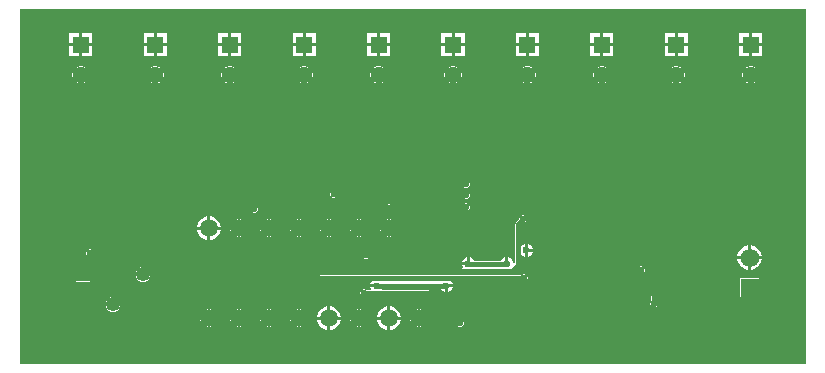
<source format=gbr>
G04*
G04 #@! TF.GenerationSoftware,Altium Limited,Altium Designer,24.1.2 (44)*
G04*
G04 Layer_Physical_Order=2*
G04 Layer_Color=16711680*
%FSLAX44Y44*%
%MOMM*%
G71*
G04*
G04 #@! TF.SameCoordinates,BD343A0D-4BD6-4D64-9A7B-49F0AB29FDDA*
G04*
G04*
G04 #@! TF.FilePolarity,Positive*
G04*
G01*
G75*
%ADD22C,1.5700*%
%ADD23R,1.5700X1.5700*%
%ADD24R,1.2500X1.2500*%
%ADD25C,1.2500*%
%ADD26R,1.4500X1.4500*%
%ADD27C,1.4500*%
%ADD31C,0.3810*%
%ADD32C,1.5000*%
%ADD33R,1.5000X1.5000*%
%ADD34C,0.6000*%
G36*
X665480Y0D02*
X0D01*
Y300990D01*
X665480D01*
Y0D01*
D02*
G37*
%LPC*%
G36*
X628788Y280046D02*
X620268D01*
Y271526D01*
X628788D01*
Y280046D01*
D02*
G37*
G36*
X565768D02*
X557248D01*
Y271526D01*
X565768D01*
Y280046D01*
D02*
G37*
G36*
X502748D02*
X494228D01*
Y271526D01*
X502748D01*
Y280046D01*
D02*
G37*
G36*
X439727D02*
X431207D01*
Y271526D01*
X439727D01*
Y280046D01*
D02*
G37*
G36*
X376707D02*
X368187D01*
Y271526D01*
X376707D01*
Y280046D01*
D02*
G37*
G36*
X313687D02*
X305167D01*
Y271526D01*
X313687D01*
Y280046D01*
D02*
G37*
G36*
X250667D02*
X242147D01*
Y271526D01*
X250667D01*
Y280046D01*
D02*
G37*
G36*
X187646D02*
X179126D01*
Y271526D01*
X187646D01*
Y280046D01*
D02*
G37*
G36*
X124626D02*
X116106D01*
Y271526D01*
X124626D01*
Y280046D01*
D02*
G37*
G36*
X61606D02*
X53086D01*
Y271526D01*
X61606D01*
Y280046D01*
D02*
G37*
G36*
X428667D02*
X420147D01*
Y271526D01*
X428667D01*
Y280046D01*
D02*
G37*
G36*
X365647D02*
X357127D01*
Y271526D01*
X365647D01*
Y280046D01*
D02*
G37*
G36*
X302627D02*
X294107D01*
Y271526D01*
X302627D01*
Y280046D01*
D02*
G37*
G36*
X239607D02*
X231087D01*
Y271526D01*
X239607D01*
Y280046D01*
D02*
G37*
G36*
X176586D02*
X168066D01*
Y271526D01*
X176586D01*
Y280046D01*
D02*
G37*
G36*
X113566D02*
X105046D01*
Y271526D01*
X113566D01*
Y280046D01*
D02*
G37*
G36*
X50546D02*
X42026D01*
Y271526D01*
X50546D01*
Y280046D01*
D02*
G37*
G36*
X554708D02*
X546188D01*
Y271526D01*
X554708D01*
Y280046D01*
D02*
G37*
G36*
X617728D02*
X609208D01*
Y271526D01*
X617728D01*
Y280046D01*
D02*
G37*
G36*
X491688D02*
X483168D01*
Y271526D01*
X491688D01*
Y280046D01*
D02*
G37*
G36*
X628788Y268986D02*
X620268D01*
Y260466D01*
X628788D01*
Y268986D01*
D02*
G37*
G36*
X617728D02*
X609208D01*
Y260466D01*
X617728D01*
Y268986D01*
D02*
G37*
G36*
X565768D02*
X557248D01*
Y260466D01*
X565768D01*
Y268986D01*
D02*
G37*
G36*
X554708D02*
X546188D01*
Y260466D01*
X554708D01*
Y268986D01*
D02*
G37*
G36*
X502748D02*
X494228D01*
Y260466D01*
X502748D01*
Y268986D01*
D02*
G37*
G36*
X491688D02*
X483168D01*
Y260466D01*
X491688D01*
Y268986D01*
D02*
G37*
G36*
X439727D02*
X431207D01*
Y260466D01*
X439727D01*
Y268986D01*
D02*
G37*
G36*
X428667D02*
X420147D01*
Y260466D01*
X428667D01*
Y268986D01*
D02*
G37*
G36*
X376707D02*
X368187D01*
Y260466D01*
X376707D01*
Y268986D01*
D02*
G37*
G36*
X365647D02*
X357127D01*
Y260466D01*
X365647D01*
Y268986D01*
D02*
G37*
G36*
X313687D02*
X305167D01*
Y260466D01*
X313687D01*
Y268986D01*
D02*
G37*
G36*
X302627D02*
X294107D01*
Y260466D01*
X302627D01*
Y268986D01*
D02*
G37*
G36*
X250667D02*
X242147D01*
Y260466D01*
X250667D01*
Y268986D01*
D02*
G37*
G36*
X239607D02*
X231087D01*
Y260466D01*
X239607D01*
Y268986D01*
D02*
G37*
G36*
X187646D02*
X179126D01*
Y260466D01*
X187646D01*
Y268986D01*
D02*
G37*
G36*
X176586D02*
X168066D01*
Y260466D01*
X176586D01*
Y268986D01*
D02*
G37*
G36*
X124626D02*
X116106D01*
Y260466D01*
X124626D01*
Y268986D01*
D02*
G37*
G36*
X113566D02*
X105046D01*
Y260466D01*
X113566D01*
Y268986D01*
D02*
G37*
G36*
X61606D02*
X53086D01*
Y260466D01*
X61606D01*
Y268986D01*
D02*
G37*
G36*
X50546D02*
X42026D01*
Y260466D01*
X50546D01*
Y268986D01*
D02*
G37*
G36*
X619953Y252106D02*
X618044D01*
X616200Y251612D01*
X614546Y250657D01*
X613197Y249308D01*
X612242Y247654D01*
X611748Y245811D01*
Y243902D01*
X612242Y242058D01*
X613197Y240404D01*
X614546Y239055D01*
X616200Y238100D01*
X618044Y237606D01*
X619953D01*
X621796Y238100D01*
X623450Y239055D01*
X624799Y240404D01*
X625754Y242058D01*
X626248Y243902D01*
Y245811D01*
X625754Y247654D01*
X624799Y249308D01*
X623450Y250657D01*
X621796Y251612D01*
X619953Y252106D01*
D02*
G37*
G36*
X556932D02*
X555023D01*
X553179Y251612D01*
X551526Y250657D01*
X550176Y249308D01*
X549222Y247654D01*
X548728Y245811D01*
Y243902D01*
X549222Y242058D01*
X550176Y240404D01*
X551526Y239055D01*
X553179Y238100D01*
X555023Y237606D01*
X556932D01*
X558776Y238100D01*
X560429Y239055D01*
X561779Y240404D01*
X562733Y242058D01*
X563228Y243902D01*
Y245811D01*
X562733Y247654D01*
X561779Y249308D01*
X560429Y250657D01*
X558776Y251612D01*
X556932Y252106D01*
D02*
G37*
G36*
X493912D02*
X492003D01*
X490159Y251612D01*
X488506Y250657D01*
X487156Y249308D01*
X486202Y247654D01*
X485708Y245811D01*
Y243902D01*
X486202Y242058D01*
X487156Y240404D01*
X488506Y239055D01*
X490159Y238100D01*
X492003Y237606D01*
X493912D01*
X495756Y238100D01*
X497409Y239055D01*
X498759Y240404D01*
X499714Y242058D01*
X500208Y243902D01*
Y245811D01*
X499714Y247654D01*
X498759Y249308D01*
X497409Y250657D01*
X495756Y251612D01*
X493912Y252106D01*
D02*
G37*
G36*
X430892D02*
X428983D01*
X427139Y251612D01*
X425486Y250657D01*
X424136Y249308D01*
X423181Y247654D01*
X422687Y245811D01*
Y243902D01*
X423181Y242058D01*
X424136Y240404D01*
X425486Y239055D01*
X427139Y238100D01*
X428983Y237606D01*
X430892D01*
X432736Y238100D01*
X434389Y239055D01*
X435739Y240404D01*
X436693Y242058D01*
X437187Y243902D01*
Y245811D01*
X436693Y247654D01*
X435739Y249308D01*
X434389Y250657D01*
X432736Y251612D01*
X430892Y252106D01*
D02*
G37*
G36*
X367872D02*
X365963D01*
X364119Y251612D01*
X362466Y250657D01*
X361116Y249308D01*
X360161Y247654D01*
X359667Y245811D01*
Y243902D01*
X360161Y242058D01*
X361116Y240404D01*
X362466Y239055D01*
X364119Y238100D01*
X365963Y237606D01*
X367872D01*
X369716Y238100D01*
X371369Y239055D01*
X372719Y240404D01*
X373673Y242058D01*
X374167Y243902D01*
Y245811D01*
X373673Y247654D01*
X372719Y249308D01*
X371369Y250657D01*
X369716Y251612D01*
X367872Y252106D01*
D02*
G37*
G36*
X304851D02*
X302942D01*
X301098Y251612D01*
X299445Y250657D01*
X298095Y249308D01*
X297141Y247654D01*
X296647Y245811D01*
Y243902D01*
X297141Y242058D01*
X298095Y240404D01*
X299445Y239055D01*
X301098Y238100D01*
X302942Y237606D01*
X304851D01*
X306695Y238100D01*
X308348Y239055D01*
X309698Y240404D01*
X310653Y242058D01*
X311147Y243902D01*
Y245811D01*
X310653Y247654D01*
X309698Y249308D01*
X308348Y250657D01*
X306695Y251612D01*
X304851Y252106D01*
D02*
G37*
G36*
X241831D02*
X239922D01*
X238078Y251612D01*
X236425Y250657D01*
X235075Y249308D01*
X234121Y247654D01*
X233627Y245811D01*
Y243902D01*
X234121Y242058D01*
X235075Y240404D01*
X236425Y239055D01*
X238078Y238100D01*
X239922Y237606D01*
X241831D01*
X243675Y238100D01*
X245328Y239055D01*
X246678Y240404D01*
X247633Y242058D01*
X248127Y243902D01*
Y245811D01*
X247633Y247654D01*
X246678Y249308D01*
X245328Y250657D01*
X243675Y251612D01*
X241831Y252106D01*
D02*
G37*
G36*
X178811D02*
X176902D01*
X175058Y251612D01*
X173405Y250657D01*
X172055Y249308D01*
X171101Y247654D01*
X170606Y245811D01*
Y243902D01*
X171101Y242058D01*
X172055Y240404D01*
X173405Y239055D01*
X175058Y238100D01*
X176902Y237606D01*
X178811D01*
X180655Y238100D01*
X182308Y239055D01*
X183658Y240404D01*
X184612Y242058D01*
X185106Y243902D01*
Y245811D01*
X184612Y247654D01*
X183658Y249308D01*
X182308Y250657D01*
X180655Y251612D01*
X178811Y252106D01*
D02*
G37*
G36*
X115791D02*
X113882D01*
X112038Y251612D01*
X110385Y250657D01*
X109035Y249308D01*
X108081Y247654D01*
X107586Y245811D01*
Y243902D01*
X108081Y242058D01*
X109035Y240404D01*
X110385Y239055D01*
X112038Y238100D01*
X113882Y237606D01*
X115791D01*
X117635Y238100D01*
X119288Y239055D01*
X120638Y240404D01*
X121592Y242058D01*
X122086Y243902D01*
Y245811D01*
X121592Y247654D01*
X120638Y249308D01*
X119288Y250657D01*
X117635Y251612D01*
X115791Y252106D01*
D02*
G37*
G36*
X52771D02*
X50862D01*
X49018Y251612D01*
X47364Y250657D01*
X46015Y249308D01*
X45060Y247654D01*
X44566Y245811D01*
Y243902D01*
X45060Y242058D01*
X46015Y240404D01*
X47364Y239055D01*
X49018Y238100D01*
X50862Y237606D01*
X52771D01*
X54614Y238100D01*
X56268Y239055D01*
X57617Y240404D01*
X58572Y242058D01*
X59066Y243902D01*
Y245811D01*
X58572Y247654D01*
X57617Y249308D01*
X56268Y250657D01*
X54614Y251612D01*
X52771Y252106D01*
D02*
G37*
G36*
X378549Y155400D02*
X377355D01*
X376253Y154943D01*
X375652Y154342D01*
X202946D01*
X202203Y154194D01*
X201573Y153773D01*
X197255Y149455D01*
X196833Y148825D01*
X196686Y148082D01*
Y133618D01*
X196085Y133017D01*
X195628Y131915D01*
Y130721D01*
X196085Y129619D01*
X196929Y128775D01*
X198031Y128318D01*
X199225D01*
X200327Y128775D01*
X201171Y129619D01*
X201628Y130721D01*
Y131915D01*
X201171Y133017D01*
X200570Y133618D01*
Y147277D01*
X203750Y150458D01*
X375652D01*
X376253Y149857D01*
X377355Y149400D01*
X378549D01*
X379651Y149857D01*
X380495Y150701D01*
X380952Y151803D01*
Y152997D01*
X380495Y154099D01*
X379651Y154943D01*
X378549Y155400D01*
D02*
G37*
G36*
X266535Y146764D02*
X265341D01*
X264239Y146307D01*
X263395Y145463D01*
X262938Y144361D01*
Y143167D01*
X263395Y142065D01*
X264239Y141221D01*
X265341Y140764D01*
X266535D01*
X267637Y141221D01*
X268238Y141822D01*
X375448D01*
X375663Y141303D01*
X376507Y140459D01*
X377609Y140002D01*
X378803D01*
X379905Y140459D01*
X380749Y141303D01*
X381206Y142405D01*
Y143599D01*
X380749Y144701D01*
X379905Y145545D01*
X378803Y146002D01*
X377609D01*
X376881Y145700D01*
X376851Y145706D01*
X268238D01*
X267637Y146307D01*
X266535Y146764D01*
D02*
G37*
G36*
X378803Y136096D02*
X377609D01*
X376507Y135639D01*
X375663Y134795D01*
X375448Y134276D01*
X315228D01*
X314627Y134877D01*
X313525Y135334D01*
X312331D01*
X311229Y134877D01*
X310385Y134033D01*
X309928Y132931D01*
Y131737D01*
X310385Y130635D01*
X311229Y129791D01*
X312331Y129334D01*
X313525D01*
X314627Y129791D01*
X315228Y130392D01*
X376851D01*
X376881Y130398D01*
X377609Y130096D01*
X378803D01*
X379905Y130553D01*
X380749Y131397D01*
X381206Y132499D01*
Y133693D01*
X380749Y134795D01*
X379905Y135639D01*
X378803Y136096D01*
D02*
G37*
G36*
X161596Y125102D02*
X161544D01*
Y116332D01*
X170314D01*
Y116384D01*
X169630Y118937D01*
X168308Y121227D01*
X166439Y123096D01*
X164149Y124418D01*
X161596Y125102D01*
D02*
G37*
G36*
X159004D02*
X158952D01*
X156399Y124418D01*
X154109Y123096D01*
X152240Y121227D01*
X150918Y118937D01*
X150234Y116384D01*
Y116332D01*
X159004D01*
Y125102D01*
D02*
G37*
G36*
X345574Y122562D02*
X330574D01*
Y107562D01*
X345574D01*
Y122562D01*
D02*
G37*
G36*
X313661D02*
X311687D01*
X309779Y122051D01*
X308069Y121063D01*
X306672Y119667D01*
X305685Y117957D01*
X305174Y116049D01*
Y114075D01*
X305685Y112167D01*
X306672Y110457D01*
X308069Y109060D01*
X309779Y108073D01*
X311687Y107562D01*
X313661D01*
X315569Y108073D01*
X317279Y109060D01*
X318675Y110457D01*
X319663Y112167D01*
X320174Y114075D01*
Y116049D01*
X319663Y117957D01*
X318675Y119667D01*
X317279Y121063D01*
X315569Y122051D01*
X313661Y122562D01*
D02*
G37*
G36*
X288261D02*
X286287D01*
X284379Y122051D01*
X282669Y121063D01*
X281273Y119667D01*
X280285Y117957D01*
X279774Y116049D01*
Y114075D01*
X280285Y112167D01*
X281273Y110457D01*
X282669Y109060D01*
X284379Y108073D01*
X286287Y107562D01*
X288261D01*
X290169Y108073D01*
X291879Y109060D01*
X293276Y110457D01*
X294263Y112167D01*
X294774Y114075D01*
Y116049D01*
X294263Y117957D01*
X293276Y119667D01*
X291879Y121063D01*
X290169Y122051D01*
X288261Y122562D01*
D02*
G37*
G36*
X262861D02*
X260887D01*
X258979Y122051D01*
X257269Y121063D01*
X255872Y119667D01*
X254885Y117957D01*
X254374Y116049D01*
Y114075D01*
X254885Y112167D01*
X255872Y110457D01*
X257269Y109060D01*
X258979Y108073D01*
X260887Y107562D01*
X262861D01*
X264769Y108073D01*
X266479Y109060D01*
X267875Y110457D01*
X268863Y112167D01*
X269374Y114075D01*
Y116049D01*
X268863Y117957D01*
X267875Y119667D01*
X266479Y121063D01*
X264769Y122051D01*
X262861Y122562D01*
D02*
G37*
G36*
X237461D02*
X235487D01*
X233579Y122051D01*
X231869Y121063D01*
X230473Y119667D01*
X229485Y117957D01*
X228974Y116049D01*
Y114075D01*
X229485Y112167D01*
X230473Y110457D01*
X231869Y109060D01*
X233579Y108073D01*
X235487Y107562D01*
X237461D01*
X239369Y108073D01*
X241079Y109060D01*
X242475Y110457D01*
X243463Y112167D01*
X243974Y114075D01*
Y116049D01*
X243463Y117957D01*
X242475Y119667D01*
X241079Y121063D01*
X239369Y122051D01*
X237461Y122562D01*
D02*
G37*
G36*
X212061D02*
X210087D01*
X208179Y122051D01*
X206469Y121063D01*
X205072Y119667D01*
X204085Y117957D01*
X203574Y116049D01*
Y114075D01*
X204085Y112167D01*
X205072Y110457D01*
X206469Y109060D01*
X208179Y108073D01*
X210087Y107562D01*
X212061D01*
X213969Y108073D01*
X215679Y109060D01*
X217076Y110457D01*
X218063Y112167D01*
X218574Y114075D01*
Y116049D01*
X218063Y117957D01*
X217076Y119667D01*
X215679Y121063D01*
X213969Y122051D01*
X212061Y122562D01*
D02*
G37*
G36*
X186661D02*
X184687D01*
X182779Y122051D01*
X181069Y121063D01*
X179673Y119667D01*
X178685Y117957D01*
X178174Y116049D01*
Y114075D01*
X178685Y112167D01*
X179673Y110457D01*
X181069Y109060D01*
X182779Y108073D01*
X184687Y107562D01*
X186661D01*
X188569Y108073D01*
X190279Y109060D01*
X191675Y110457D01*
X192663Y112167D01*
X193174Y114075D01*
Y116049D01*
X192663Y117957D01*
X191675Y119667D01*
X190279Y121063D01*
X188569Y122051D01*
X186661Y122562D01*
D02*
G37*
G36*
X170314Y113792D02*
X161544D01*
Y105022D01*
X161596D01*
X164149Y105706D01*
X166439Y107028D01*
X168308Y108897D01*
X169630Y111187D01*
X170314Y113740D01*
Y113792D01*
D02*
G37*
G36*
X159004D02*
X150234D01*
Y113740D01*
X150918Y111187D01*
X152240Y108897D01*
X154109Y107028D01*
X156399Y105706D01*
X158952Y105022D01*
X159004D01*
Y113792D01*
D02*
G37*
G36*
X430276Y101990D02*
Y97790D01*
X434476D01*
X433703Y99658D01*
X432144Y101217D01*
X430276Y101990D01*
D02*
G37*
G36*
X619350Y100560D02*
X619252D01*
Y91440D01*
X628372D01*
Y91538D01*
X627664Y94180D01*
X626296Y96550D01*
X624362Y98484D01*
X621992Y99852D01*
X619350Y100560D01*
D02*
G37*
G36*
X616712D02*
X616614D01*
X613972Y99852D01*
X611602Y98484D01*
X609668Y96550D01*
X608300Y94180D01*
X607592Y91538D01*
Y91440D01*
X616712D01*
Y100560D01*
D02*
G37*
G36*
X434476Y95250D02*
X430276D01*
Y91050D01*
X432144Y91823D01*
X433703Y93382D01*
X434476Y95250D01*
D02*
G37*
G36*
X378714Y90560D02*
X376846Y89787D01*
X375287Y88228D01*
X374514Y86360D01*
X378714D01*
Y90560D01*
D02*
G37*
G36*
X426555Y126190D02*
X425361D01*
X424259Y125733D01*
X423415Y124889D01*
X422958Y123787D01*
Y122937D01*
X420278Y120257D01*
X419857Y119626D01*
X419709Y118883D01*
Y85178D01*
X419306Y84902D01*
X418036Y85573D01*
Y86192D01*
X417193Y88228D01*
X415634Y89787D01*
X413766Y90560D01*
Y85090D01*
X411226D01*
Y90560D01*
X409358Y89787D01*
X407799Y88228D01*
X407304Y87032D01*
X385176D01*
X384681Y88228D01*
X383122Y89787D01*
X381254Y90560D01*
Y85090D01*
X379984D01*
Y83820D01*
X374514D01*
X375182Y82206D01*
X374644Y80936D01*
X328973D01*
X316333Y93575D01*
X315703Y93996D01*
X314960Y94144D01*
X295670D01*
X295069Y94745D01*
X293967Y95202D01*
X292773D01*
X291671Y94745D01*
X290827Y93901D01*
X290370Y92799D01*
Y91605D01*
X290827Y90503D01*
X291671Y89659D01*
X292773Y89202D01*
X293967D01*
X295069Y89659D01*
X295670Y90260D01*
X314156D01*
X326795Y77621D01*
X327425Y77200D01*
X328168Y77052D01*
X417068D01*
X417811Y77200D01*
X418441Y77621D01*
X423025Y82204D01*
X423446Y82834D01*
X423593Y83577D01*
Y92302D01*
X424863Y92828D01*
X425868Y91823D01*
X427736Y91050D01*
Y96520D01*
Y101990D01*
X425868Y101217D01*
X424863Y100212D01*
X423593Y100738D01*
Y118079D01*
X425705Y120190D01*
X426555D01*
X427657Y120647D01*
X428501Y121491D01*
X428958Y122593D01*
Y123787D01*
X428501Y124889D01*
X427657Y125733D01*
X426555Y126190D01*
D02*
G37*
G36*
X628372Y88900D02*
X619252D01*
Y79780D01*
X619350D01*
X621992Y80488D01*
X624362Y81856D01*
X626296Y83790D01*
X627664Y86160D01*
X628372Y88802D01*
Y88900D01*
D02*
G37*
G36*
X616712D02*
X607592D01*
Y88802D01*
X608300Y86160D01*
X609668Y83790D01*
X611602Y81856D01*
X613972Y80488D01*
X616614Y79780D01*
X616712D01*
Y88900D01*
D02*
G37*
G36*
X105637Y82196D02*
X103151D01*
X100854Y81244D01*
X99095Y79486D01*
X98144Y77189D01*
Y74703D01*
X99095Y72406D01*
X100854Y70648D01*
X103151Y69696D01*
X105637D01*
X107934Y70648D01*
X109692Y72406D01*
X110644Y74703D01*
Y77189D01*
X109692Y79486D01*
X107934Y81244D01*
X105637Y82196D01*
D02*
G37*
G36*
X59844D02*
X47344D01*
Y69696D01*
X59844D01*
Y82196D01*
D02*
G37*
G36*
X366658Y65278D02*
X362458D01*
Y61078D01*
X364326Y61851D01*
X365885Y63410D01*
X366658Y65278D01*
D02*
G37*
G36*
X625832Y72620D02*
X610132D01*
Y56920D01*
X625832D01*
Y72620D01*
D02*
G37*
G36*
X80237Y56796D02*
X77751D01*
X75454Y55844D01*
X73696Y54086D01*
X72744Y51789D01*
Y49303D01*
X73696Y47006D01*
X75454Y45248D01*
X77751Y44296D01*
X80237D01*
X82534Y45248D01*
X84292Y47006D01*
X85244Y49303D01*
Y51789D01*
X84292Y54086D01*
X82534Y55844D01*
X80237Y56796D01*
D02*
G37*
G36*
X313996Y48902D02*
X313944D01*
Y40132D01*
X322714D01*
Y40184D01*
X322030Y42737D01*
X320708Y45027D01*
X318839Y46896D01*
X316549Y48218D01*
X313996Y48902D01*
D02*
G37*
G36*
X263196D02*
X263144D01*
Y40132D01*
X271914D01*
Y40184D01*
X271230Y42737D01*
X269908Y45027D01*
X268039Y46896D01*
X265749Y48218D01*
X263196Y48902D01*
D02*
G37*
G36*
X311404D02*
X311352D01*
X308799Y48218D01*
X306509Y46896D01*
X304640Y45027D01*
X303318Y42737D01*
X302634Y40184D01*
Y40132D01*
X311404D01*
Y48902D01*
D02*
G37*
G36*
X260604D02*
X260552D01*
X257999Y48218D01*
X255709Y46896D01*
X253840Y45027D01*
X252518Y42737D01*
X251834Y40184D01*
Y40132D01*
X260604D01*
Y48902D01*
D02*
G37*
G36*
X60033Y97234D02*
X58839D01*
X57737Y96777D01*
X56893Y95933D01*
X56436Y94831D01*
Y93637D01*
X56893Y92535D01*
X57737Y91691D01*
X58839Y91234D01*
X60033D01*
X61135Y91691D01*
X61736Y92292D01*
X231690D01*
X252203Y71779D01*
X252833Y71357D01*
X253577Y71210D01*
X297428D01*
X297914Y70036D01*
X297563Y69686D01*
X296790Y67818D01*
X302260D01*
Y65278D01*
X296790D01*
X297458Y63664D01*
X296920Y62394D01*
X293638D01*
X293037Y62995D01*
X291935Y63452D01*
X290741D01*
X289639Y62995D01*
X288795Y62151D01*
X288338Y61049D01*
Y59855D01*
X288795Y58753D01*
X289639Y57909D01*
X290741Y57452D01*
X291935D01*
X293037Y57909D01*
X293638Y58510D01*
X346160D01*
X369872Y34797D01*
Y33947D01*
X370329Y32845D01*
X371173Y32001D01*
X372275Y31544D01*
X373469D01*
X374571Y32001D01*
X375415Y32845D01*
X375872Y33947D01*
Y35141D01*
X375415Y36243D01*
X374571Y37087D01*
X373469Y37544D01*
X372619D01*
X348337Y61825D01*
X347707Y62246D01*
X346964Y62394D01*
X307692D01*
X307159Y63481D01*
X307778Y64606D01*
X355996D01*
X356491Y63410D01*
X358050Y61851D01*
X359918Y61078D01*
Y66548D01*
X361188D01*
Y67818D01*
X366658D01*
X365885Y69686D01*
X365534Y70036D01*
X366020Y71210D01*
X424928D01*
X425286Y70852D01*
Y45720D01*
X425434Y44977D01*
X425855Y44347D01*
X429919Y40283D01*
X430549Y39862D01*
X431292Y39714D01*
X527812D01*
X528555Y39862D01*
X529185Y40283D01*
X536449Y47546D01*
X537299D01*
X538401Y48003D01*
X539245Y48847D01*
X539702Y49949D01*
Y51143D01*
X539245Y52245D01*
X538644Y52846D01*
Y58674D01*
X538497Y59417D01*
X538075Y60047D01*
X538075Y60047D01*
X528135Y69988D01*
Y77361D01*
X528736Y77962D01*
X529193Y79064D01*
Y80258D01*
X528736Y81360D01*
X527892Y82204D01*
X526790Y82661D01*
X525596D01*
X524493Y82204D01*
X523650Y81360D01*
X523193Y80258D01*
Y79064D01*
X523650Y77962D01*
X524251Y77361D01*
Y69183D01*
X524398Y68440D01*
X524819Y67810D01*
X534760Y57870D01*
Y52846D01*
X534159Y52245D01*
X533702Y51143D01*
Y50293D01*
X527007Y43598D01*
X432096D01*
X429170Y46525D01*
Y70852D01*
X429771Y71453D01*
X430228Y72555D01*
Y73749D01*
X429771Y74851D01*
X428927Y75695D01*
X427825Y76152D01*
X426631D01*
X425529Y75695D01*
X424928Y75094D01*
X254381D01*
X233868Y95607D01*
X233238Y96028D01*
X232495Y96176D01*
X61736D01*
X61135Y96777D01*
X60033Y97234D01*
D02*
G37*
G36*
X339061Y46362D02*
X337087D01*
X335179Y45851D01*
X333469Y44864D01*
X332072Y43467D01*
X331085Y41757D01*
X330574Y39849D01*
Y37875D01*
X331085Y35967D01*
X332072Y34257D01*
X333469Y32861D01*
X335179Y31873D01*
X337087Y31362D01*
X339061D01*
X340969Y31873D01*
X342679Y32861D01*
X344076Y34257D01*
X345063Y35967D01*
X345574Y37875D01*
Y39849D01*
X345063Y41757D01*
X344076Y43467D01*
X342679Y44864D01*
X340969Y45851D01*
X339061Y46362D01*
D02*
G37*
G36*
X288261D02*
X286287D01*
X284379Y45851D01*
X282669Y44864D01*
X281273Y43467D01*
X280285Y41757D01*
X279774Y39849D01*
Y37875D01*
X280285Y35967D01*
X281273Y34257D01*
X282669Y32861D01*
X284379Y31873D01*
X286287Y31362D01*
X288261D01*
X290169Y31873D01*
X291879Y32861D01*
X293276Y34257D01*
X294263Y35967D01*
X294774Y37875D01*
Y39849D01*
X294263Y41757D01*
X293276Y43467D01*
X291879Y44864D01*
X290169Y45851D01*
X288261Y46362D01*
D02*
G37*
G36*
X237461D02*
X235487D01*
X233579Y45851D01*
X231869Y44864D01*
X230473Y43467D01*
X229485Y41757D01*
X228974Y39849D01*
Y37875D01*
X229485Y35967D01*
X230473Y34257D01*
X231869Y32861D01*
X233579Y31873D01*
X235487Y31362D01*
X237461D01*
X239369Y31873D01*
X241079Y32861D01*
X242475Y34257D01*
X243463Y35967D01*
X243974Y37875D01*
Y39849D01*
X243463Y41757D01*
X242475Y43467D01*
X241079Y44864D01*
X239369Y45851D01*
X237461Y46362D01*
D02*
G37*
G36*
X212061D02*
X210087D01*
X208179Y45851D01*
X206469Y44864D01*
X205072Y43467D01*
X204085Y41757D01*
X203574Y39849D01*
Y37875D01*
X204085Y35967D01*
X205072Y34257D01*
X206469Y32861D01*
X208179Y31873D01*
X210087Y31362D01*
X212061D01*
X213969Y31873D01*
X215679Y32861D01*
X217076Y34257D01*
X218063Y35967D01*
X218574Y37875D01*
Y39849D01*
X218063Y41757D01*
X217076Y43467D01*
X215679Y44864D01*
X213969Y45851D01*
X212061Y46362D01*
D02*
G37*
G36*
X186661D02*
X184687D01*
X182779Y45851D01*
X181069Y44864D01*
X179673Y43467D01*
X178685Y41757D01*
X178174Y39849D01*
Y37875D01*
X178685Y35967D01*
X179673Y34257D01*
X181069Y32861D01*
X182779Y31873D01*
X184687Y31362D01*
X186661D01*
X188569Y31873D01*
X190279Y32861D01*
X191675Y34257D01*
X192663Y35967D01*
X193174Y37875D01*
Y39849D01*
X192663Y41757D01*
X191675Y43467D01*
X190279Y44864D01*
X188569Y45851D01*
X186661Y46362D01*
D02*
G37*
G36*
X161261D02*
X159287D01*
X157379Y45851D01*
X155669Y44864D01*
X154272Y43467D01*
X153285Y41757D01*
X152774Y39849D01*
Y37875D01*
X153285Y35967D01*
X154272Y34257D01*
X155669Y32861D01*
X157379Y31873D01*
X159287Y31362D01*
X161261D01*
X163169Y31873D01*
X164879Y32861D01*
X166276Y34257D01*
X167263Y35967D01*
X167774Y37875D01*
Y39849D01*
X167263Y41757D01*
X166276Y43467D01*
X164879Y44864D01*
X163169Y45851D01*
X161261Y46362D01*
D02*
G37*
G36*
X322714Y37592D02*
X313944D01*
Y28822D01*
X313996D01*
X316549Y29506D01*
X318839Y30828D01*
X320708Y32697D01*
X322030Y34987D01*
X322714Y37540D01*
Y37592D01*
D02*
G37*
G36*
X311404D02*
X302634D01*
Y37540D01*
X303318Y34987D01*
X304640Y32697D01*
X306509Y30828D01*
X308799Y29506D01*
X311352Y28822D01*
X311404D01*
Y37592D01*
D02*
G37*
G36*
X271914D02*
X263144D01*
Y28822D01*
X263196D01*
X265749Y29506D01*
X268039Y30828D01*
X269908Y32697D01*
X271230Y34987D01*
X271914Y37540D01*
Y37592D01*
D02*
G37*
G36*
X260604D02*
X251834D01*
Y37540D01*
X252518Y34987D01*
X253840Y32697D01*
X255709Y30828D01*
X257999Y29506D01*
X260552Y28822D01*
X260604D01*
Y37592D01*
D02*
G37*
%LPD*%
D22*
X617982Y90170D02*
D03*
D23*
Y64770D02*
D03*
D24*
X53594Y75946D02*
D03*
D25*
X104394D02*
D03*
X78994Y50546D02*
D03*
D26*
X51816Y270256D02*
D03*
X618998D02*
D03*
X555978D02*
D03*
X492958D02*
D03*
X429937D02*
D03*
X366917D02*
D03*
X303897D02*
D03*
X240877D02*
D03*
X177856D02*
D03*
X114836D02*
D03*
D27*
X618998Y244856D02*
D03*
X555978D02*
D03*
X492958D02*
D03*
X429937D02*
D03*
X366917D02*
D03*
X303897D02*
D03*
X240877D02*
D03*
X177856D02*
D03*
X114836D02*
D03*
X51816D02*
D03*
D31*
X379984Y85090D02*
X412496D01*
X421651Y83577D02*
Y118883D01*
X425958Y123190D01*
X328168Y78994D02*
X417068D01*
X421651Y83577D01*
X302260Y66548D02*
X361188D01*
X291338Y60452D02*
X346964D01*
X372872Y34544D01*
X536702Y50546D02*
Y58674D01*
X526193Y69183D02*
Y79661D01*
Y69183D02*
X536702Y58674D01*
X527812Y41656D02*
X536702Y50546D01*
X253577Y73152D02*
X427228D01*
X232495Y94234D02*
X253577Y73152D01*
X59436Y94234D02*
X232495D01*
X431292Y41656D02*
X527812D01*
X427228Y45720D02*
Y73152D01*
Y45720D02*
X431292Y41656D01*
X293370Y92202D02*
X314960D01*
X328168Y78994D01*
X377613Y133096D02*
X378206D01*
X312928Y132334D02*
X376851D01*
X377613Y133096D01*
X376851Y143764D02*
X377613Y143002D01*
X265938Y143764D02*
X376851D01*
X377613Y143002D02*
X378206D01*
X198628Y131318D02*
Y148082D01*
X202946Y152400D02*
X377952D01*
X198628Y148082D02*
X202946Y152400D01*
D32*
X160274Y38862D02*
D03*
X185674D02*
D03*
X211074D02*
D03*
X236474D02*
D03*
X261874D02*
D03*
X287274D02*
D03*
X312674D02*
D03*
X338074D02*
D03*
X160274Y115062D02*
D03*
X185674D02*
D03*
X211074D02*
D03*
X236474D02*
D03*
X261874D02*
D03*
X287274D02*
D03*
X312674D02*
D03*
D33*
X338074D02*
D03*
D34*
X429006Y96520D02*
D03*
X412496Y85090D02*
D03*
X425958Y123190D02*
D03*
X379984Y85090D02*
D03*
X361188Y66548D02*
D03*
X302260D02*
D03*
X372872Y34544D02*
D03*
X291338Y60452D02*
D03*
X536702Y50546D02*
D03*
X526193Y79661D02*
D03*
X59436Y94234D02*
D03*
X427228Y73152D02*
D03*
X293370Y92202D02*
D03*
X312928Y132334D02*
D03*
X378206Y133096D02*
D03*
Y143002D02*
D03*
X265938Y143764D02*
D03*
X377952Y152400D02*
D03*
X198628Y131318D02*
D03*
M02*

</source>
